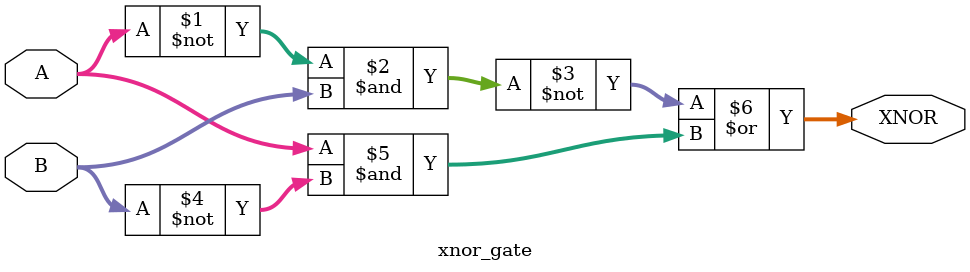
<source format=v>
module xnor_gate(input [15:0] A,input [15:0] B, output [15:0] XNOR);
    assign XNOR=~(~(A)&B)|(A&~(B));
endmodule
</source>
